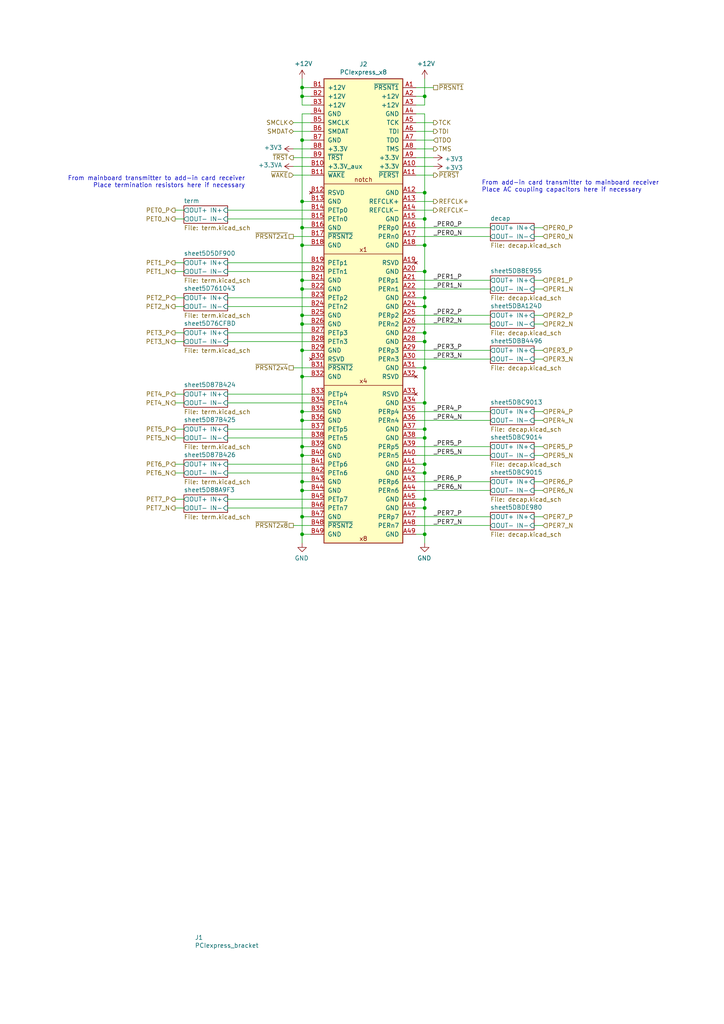
<source format=kicad_sch>
(kicad_sch (version 20211123) (generator eeschema)
  (paper "A4" portrait)
  (title_block (title "PCIexpress_x8_full") (company "Author: Luca Anastasio"))
  (lib_symbols
    (symbol "PCIexpress:PCIexpress_bracket" (pin_names (offset 1.016))
      (property "Reference" "J" (at 0 0 0))
      (property "Value" "PCIexpress_bracket" (at 0 0 0))
    )
    (symbol "PCIexpress:PCIexpress_x8" (pin_names (offset 1.016))
      (property "Reference" "J" (at 0 3.81 0))
      (property "Value" "PCIexpress_x8" (at 0 1.27 0))
      (symbol "PCIexpress_x8_0_0"
        (polyline (pts (xy 11.43 -88.9) (xy -11.43 -88.9)))
        (text "x4" (at 0 -87.63 0) (effects (font (size 1.27 1.27))))
        (text "x8" (at 0 -133.35 0) (effects (font (size 1.27 1.27))))
      )
      (symbol "PCIexpress_x8_1_1"
        (polyline (pts (xy 11.43 -50.8) (xy -11.43 -50.8)))
        (polyline (pts (xy 11.43 -30.48) (xy -11.43 -30.48)))
        (rectangle (start 11.43 0) (end -11.43 -134.62) (stroke (width 0.254)) (fill (type background)))
        (text "notch" (at 0 -29.21 0) (effects (font (size 1.27 1.27))))
        (text "x1" (at 0 -49.53 0) (effects (font (size 1.27 1.27))))
        (pin passive line (at 15.24 -2.54 180) (length 3.81) (name "~{PRSNT1}") (number "A1"))
        (pin power_out line (at 15.24 -25.4 180) (length 3.81) (name "+3.3V") (number "A10"))
        (pin output line (at 15.24 -27.94 180) (length 3.81) (name "~{PERST}") (number "A11"))
        (pin power_out line (at 15.24 -33.02 180) (length 3.81) (name "GND") (number "A12"))
        (pin output line (at 15.24 -35.56 180) (length 3.81) (name "REFCLK+") (number "A13"))
        (pin output line (at 15.24 -38.1 180) (length 3.81) (name "REFCLK-") (number "A14"))
        (pin power_out line (at 15.24 -40.64 180) (length 3.81) (name "GND") (number "A15"))
        (pin input line (at 15.24 -43.18 180) (length 3.81) (name "PERp0") (number "A16"))
        (pin input line (at 15.24 -45.72 180) (length 3.81) (name "PERn0") (number "A17"))
        (pin power_out line (at 15.24 -48.26 180) (length 3.81) (name "GND") (number "A18"))
        (pin no_connect line (at 15.24 -53.34 180) (length 3.81) (name "RSVD") (number "A19"))
        (pin power_out line (at 15.24 -5.08 180) (length 3.81) (name "+12V") (number "A2"))
        (pin power_out line (at 15.24 -55.88 180) (length 3.81) (name "GND") (number "A20"))
        (pin input line (at 15.24 -58.42 180) (length 3.81) (name "PERp1") (number "A21"))
        (pin input line (at 15.24 -60.96 180) (length 3.81) (name "PERn1") (number "A22"))
        (pin power_out line (at 15.24 -63.5 180) (length 3.81) (name "GND") (number "A23"))
        (pin power_out line (at 15.24 -66.04 180) (length 3.81) (name "GND") (number "A24"))
        (pin input line (at 15.24 -68.58 180) (length 3.81) (name "PERp2") (number "A25"))
        (pin input line (at 15.24 -71.12 180) (length 3.81) (name "PERn2") (number "A26"))
        (pin power_out line (at 15.24 -73.66 180) (length 3.81) (name "GND") (number "A27"))
        (pin power_out line (at 15.24 -76.2 180) (length 3.81) (name "GND") (number "A28"))
        (pin input line (at 15.24 -78.74 180) (length 3.81) (name "PERp3") (number "A29"))
        (pin power_out line (at 15.24 -7.62 180) (length 3.81) (name "+12V") (number "A3"))
        (pin input line (at 15.24 -81.28 180) (length 3.81) (name "PERn3") (number "A30"))
        (pin power_out line (at 15.24 -83.82 180) (length 3.81) (name "GND") (number "A31"))
        (pin no_connect line (at 15.24 -86.36 180) (length 3.81) (name "RSVD") (number "A32"))
        (pin no_connect line (at 15.24 -91.44 180) (length 3.81) (name "RSVD") (number "A33"))
        (pin power_out line (at 15.24 -93.98 180) (length 3.81) (name "GND") (number "A34"))
        (pin input line (at 15.24 -96.52 180) (length 3.81) (name "PERp4") (number "A35"))
        (pin input line (at 15.24 -99.06 180) (length 3.81) (name "PERn4") (number "A36"))
        (pin power_out line (at 15.24 -101.6 180) (length 3.81) (name "GND") (number "A37"))
        (pin power_out line (at 15.24 -104.14 180) (length 3.81) (name "GND") (number "A38"))
        (pin input line (at 15.24 -106.68 180) (length 3.81) (name "PERp5") (number "A39"))
        (pin power_out line (at 15.24 -10.16 180) (length 3.81) (name "GND") (number "A4"))
        (pin input line (at 15.24 -109.22 180) (length 3.81) (name "PERn5") (number "A40"))
        (pin power_out line (at 15.24 -111.76 180) (length 3.81) (name "GND") (number "A41"))
        (pin power_out line (at 15.24 -114.3 180) (length 3.81) (name "GND") (number "A42"))
        (pin input line (at 15.24 -116.84 180) (length 3.81) (name "PERp6") (number "A43"))
        (pin input line (at 15.24 -119.38 180) (length 3.81) (name "PERn6") (number "A44"))
        (pin power_out line (at 15.24 -121.92 180) (length 3.81) (name "GND") (number "A45"))
        (pin power_out line (at 15.24 -124.46 180) (length 3.81) (name "GND") (number "A46"))
        (pin input line (at 15.24 -127 180) (length 3.81) (name "PERp7") (number "A47"))
        (pin input line (at 15.24 -129.54 180) (length 3.81) (name "PERn7") (number "A48"))
        (pin power_out line (at 15.24 -132.08 180) (length 3.81) (name "GND") (number "A49"))
        (pin output line (at 15.24 -12.7 180) (length 3.81) (name "TCK") (number "A5"))
        (pin output line (at 15.24 -15.24 180) (length 3.81) (name "TDI") (number "A6"))
        (pin input line (at 15.24 -17.78 180) (length 3.81) (name "TDO") (number "A7"))
        (pin output line (at 15.24 -20.32 180) (length 3.81) (name "TMS") (number "A8"))
        (pin power_out line (at 15.24 -22.86 180) (length 3.81) (name "+3.3V") (number "A9"))
        (pin power_out line (at -15.24 -2.54 0) (length 3.81) (name "+12V") (number "B1"))
        (pin power_out line (at -15.24 -25.4 0) (length 3.81) (name "+3.3V_aux") (number "B10"))
        (pin open_collector line (at -15.24 -27.94 0) (length 3.81) (name "~{WAKE}") (number "B11"))
        (pin no_connect line (at -15.24 -33.02 0) (length 3.81) (name "RSVD") (number "B12"))
        (pin power_out line (at -15.24 -35.56 0) (length 3.81) (name "GND") (number "B13"))
        (pin output line (at -15.24 -38.1 0) (length 3.81) (name "PETp0") (number "B14"))
        (pin output line (at -15.24 -40.64 0) (length 3.81) (name "PETn0") (number "B15"))
        (pin power_out line (at -15.24 -43.18 0) (length 3.81) (name "GND") (number "B16"))
        (pin passive line (at -15.24 -45.72 0) (length 3.81) (name "~{PRSNT2}") (number "B17"))
        (pin power_out line (at -15.24 -48.26 0) (length 3.81) (name "GND") (number "B18"))
        (pin output line (at -15.24 -53.34 0) (length 3.81) (name "PETp1") (number "B19"))
        (pin power_out line (at -15.24 -5.08 0) (length 3.81) (name "+12V") (number "B2"))
        (pin output line (at -15.24 -55.88 0) (length 3.81) (name "PETn1") (number "B20"))
        (pin power_out line (at -15.24 -58.42 0) (length 3.81) (name "GND") (number "B21"))
        (pin power_out line (at -15.24 -60.96 0) (length 3.81) (name "GND") (number "B22"))
        (pin output line (at -15.24 -63.5 0) (length 3.81) (name "PETp2") (number "B23"))
        (pin output line (at -15.24 -66.04 0) (length 3.81) (name "PETn2") (number "B24"))
        (pin power_out line (at -15.24 -68.58 0) (length 3.81) (name "GND") (number "B25"))
        (pin power_out line (at -15.24 -71.12 0) (length 3.81) (name "GND") (number "B26"))
        (pin output line (at -15.24 -73.66 0) (length 3.81) (name "PETp3") (number "B27"))
        (pin output line (at -15.24 -76.2 0) (length 3.81) (name "PETn3") (number "B28"))
        (pin power_out line (at -15.24 -78.74 0) (length 3.81) (name "GND") (number "B29"))
        (pin power_out line (at -15.24 -7.62 0) (length 3.81) (name "+12V") (number "B3"))
        (pin no_connect line (at -15.24 -81.28 0) (length 3.81) (name "RSVD") (number "B30"))
        (pin passive line (at -15.24 -83.82 0) (length 3.81) (name "~{PRSNT2}") (number "B31"))
        (pin power_out line (at -15.24 -86.36 0) (length 3.81) (name "GND") (number "B32"))
        (pin output line (at -15.24 -91.44 0) (length 3.81) (name "PETp4") (number "B33"))
        (pin output line (at -15.24 -93.98 0) (length 3.81) (name "PETn4") (number "B34"))
        (pin power_out line (at -15.24 -96.52 0) (length 3.81) (name "GND") (number "B35"))
        (pin power_out line (at -15.24 -99.06 0) (length 3.81) (name "GND") (number "B36"))
        (pin output line (at -15.24 -101.6 0) (length 3.81) (name "PETp5") (number "B37"))
        (pin output line (at -15.24 -104.14 0) (length 3.81) (name "PETn5") (number "B38"))
        (pin power_out line (at -15.24 -106.68 0) (length 3.81) (name "GND") (number "B39"))
        (pin power_out line (at -15.24 -10.16 0) (length 3.81) (name "GND") (number "B4"))
        (pin power_out line (at -15.24 -109.22 0) (length 3.81) (name "GND") (number "B40"))
        (pin output line (at -15.24 -111.76 0) (length 3.81) (name "PETp6") (number "B41"))
        (pin output line (at -15.24 -114.3 0) (length 3.81) (name "PETn6") (number "B42"))
        (pin power_out line (at -15.24 -116.84 0) (length 3.81) (name "GND") (number "B43"))
        (pin power_out line (at -15.24 -119.38 0) (length 3.81) (name "GND") (number "B44"))
        (pin output line (at -15.24 -121.92 0) (length 3.81) (name "PETp7") (number "B45"))
        (pin output line (at -15.24 -124.46 0) (length 3.81) (name "PETn7") (number "B46"))
        (pin power_out line (at -15.24 -127 0) (length 3.81) (name "GND") (number "B47"))
        (pin passive line (at -15.24 -129.54 0) (length 3.81) (name "~{PRSNT2}") (number "B48"))
        (pin power_out line (at -15.24 -132.08 0) (length 3.81) (name "GND") (number "B49"))
        (pin open_collector line (at -15.24 -12.7 0) (length 3.81) (name "SMCLK") (number "B5"))
        (pin open_collector line (at -15.24 -15.24 0) (length 3.81) (name "SMDAT") (number "B6"))
        (pin power_out line (at -15.24 -17.78 0) (length 3.81) (name "GND") (number "B7"))
        (pin power_out line (at -15.24 -20.32 0) (length 3.81) (name "+3.3V") (number "B8"))
        (pin output line (at -15.24 -22.86 0) (length 3.81) (name "~{TRST}") (number "B9"))
      )
    )
    (symbol "PCIexpress_x8_full-rescue:+3.3V-power" (power) (pin_names (offset 0))
      (property "Value" "+3.3V-power" (at 0 3.556 0))
      (symbol "+3.3V-power_0_1"
        (polyline (pts (xy -0.762 1.27) (xy 0 2.54)))
        (polyline (pts (xy 0 0) (xy 0 2.54)))
        (polyline (pts (xy 0 2.54) (xy 0.762 1.27)))
      )
      (symbol "+3.3V-power_1_1"
        (pin power_in line (at 0 0 90) (length 0) hide (name "+3V3") (number "1"))
      )
    )
    (symbol "power:+12V" (power) (pin_names (offset 0))
      (property "Value" "+12V" (at 0 3.556 0))
      (symbol "+12V_0_1"
        (polyline (pts (xy -0.762 1.27) (xy 0 2.54)))
        (polyline (pts (xy 0 0) (xy 0 2.54)))
        (polyline (pts (xy 0 2.54) (xy 0.762 1.27)))
      )
      (symbol "+12V_1_1"
        (pin power_in line (at 0 0 90) (length 0) hide (name "+12V") (number "1"))
      )
    )
    (symbol "power:+3.3VA" (power) (pin_names (offset 0))
      (property "Value" "+3.3VA" (at 0 3.556 0))
      (symbol "+3.3VA_0_1"
        (polyline (pts (xy -0.762 1.27) (xy 0 2.54)))
        (polyline (pts (xy 0 0) (xy 0 2.54)))
        (polyline (pts (xy 0 2.54) (xy 0.762 1.27)))
      )
      (symbol "+3.3VA_1_1"
        (pin power_in line (at 0 0 90) (length 0) hide (name "+3.3VA") (number "1"))
      )
    )
    (symbol "power:GND" (power) (pin_names (offset 0))
      (property "Value" "GND" (at 0 -3.81 0))
      (symbol "GND_0_1"
        (polyline (pts (xy 0 0) (xy 0 -1.27) (xy 1.27 -1.27) (xy 0 -2.54) (xy -1.27 -1.27) (xy 0 -1.27)))
      )
      (symbol "GND_1_1"
        (pin power_in line (at 0 0 270) (length 0) hide (name "GND") (number "1"))
      )
    )
  )
  (junction (at 123.19 78.74))
  (junction (at 87.63 83.82))
  (junction (at 123.19 63.5))
  (junction (at 123.19 154.94))
  (junction (at 87.63 66.04))
  (junction (at 123.19 96.52))
  (junction (at 87.63 81.28))
  (junction (at 87.63 25.4))
  (junction (at 87.63 109.22))
  (junction (at 123.19 106.68))
  (junction (at 87.63 121.92))
  (junction (at 123.19 144.78))
  (junction (at 123.19 124.46))
  (junction (at 123.19 27.94))
  (junction (at 123.19 137.16))
  (junction (at 123.19 99.06))
  (junction (at 87.63 119.38))
  (junction (at 123.19 86.36))
  (junction (at 87.63 71.12))
  (junction (at 87.63 154.94))
  (junction (at 87.63 142.24))
  (junction (at 87.63 101.6))
  (junction (at 87.63 93.98))
  (junction (at 87.63 91.44))
  (junction (at 87.63 40.64))
  (junction (at 87.63 58.42))
  (junction (at 123.19 71.12))
  (junction (at 123.19 147.32))
  (junction (at 87.63 149.86))
  (junction (at 123.19 127))
  (junction (at 123.19 88.9))
  (junction (at 87.63 27.94))
  (junction (at 87.63 139.7))
  (junction (at 87.63 129.54))
  (junction (at 87.63 132.08))
  (junction (at 123.19 55.88))
  (junction (at 123.19 134.62))
  (junction (at 123.19 116.84))
  (wire (pts (xy 123.19 30.48) (xy 123.19 27.94)))
  (wire (pts (xy 123.19 134.62) (xy 123.19 137.16)))
  (wire (pts (xy 123.19 22.86) (xy 123.19 27.94)))
  (wire (pts (xy 120.65 48.26) (xy 125.73 48.26)))
  (wire (pts (xy 120.65 45.72) (xy 125.73 45.72)))
  (wire (pts (xy 123.19 124.46) (xy 123.19 127)))
  (wire (pts (xy 120.65 101.6) (xy 142.24 101.6)))
  (wire (pts (xy 85.09 152.4) (xy 90.17 152.4)))
  (wire (pts (xy 66.04 137.16) (xy 90.17 137.16)))
  (wire (pts (xy 154.94 152.4) (xy 157.48 152.4)))
  (wire (pts (xy 66.04 147.32) (xy 90.17 147.32)))
  (wire (pts (xy 120.65 129.54) (xy 142.24 129.54)))
  (wire (pts (xy 87.63 119.38) (xy 87.63 109.22)))
  (wire (pts (xy 120.65 35.56) (xy 125.73 35.56)))
  (wire (pts (xy 120.65 149.86) (xy 142.24 149.86)))
  (wire (pts (xy 154.94 91.44) (xy 157.48 91.44)))
  (wire (pts (xy 120.65 81.28) (xy 142.24 81.28)))
  (wire (pts (xy 66.04 86.36) (xy 90.17 86.36)))
  (wire (pts (xy 90.17 119.38) (xy 87.63 119.38)))
  (wire (pts (xy 120.65 104.14) (xy 142.24 104.14)))
  (wire (pts (xy 90.17 154.94) (xy 87.63 154.94)))
  (wire (pts (xy 154.94 121.92) (xy 157.48 121.92)))
  (wire (pts (xy 50.8 99.06) (xy 53.34 99.06)))
  (wire (pts (xy 85.09 106.68) (xy 90.17 106.68)))
  (wire (pts (xy 154.94 142.24) (xy 157.48 142.24)))
  (wire (pts (xy 123.19 157.48) (xy 123.19 154.94)))
  (wire (pts (xy 154.94 149.86) (xy 157.48 149.86)))
  (wire (pts (xy 90.17 83.82) (xy 87.63 83.82)))
  (wire (pts (xy 120.65 38.1) (xy 125.73 38.1)))
  (wire (pts (xy 120.65 147.32) (xy 123.19 147.32)))
  (wire (pts (xy 66.04 134.62) (xy 90.17 134.62)))
  (wire (pts (xy 87.63 71.12) (xy 87.63 66.04)))
  (wire (pts (xy 123.19 137.16) (xy 123.19 144.78)))
  (wire (pts (xy 87.63 27.94) (xy 90.17 27.94)))
  (wire (pts (xy 87.63 83.82) (xy 87.63 81.28)))
  (wire (pts (xy 120.65 86.36) (xy 123.19 86.36)))
  (wire (pts (xy 90.17 30.48) (xy 87.63 30.48)))
  (wire (pts (xy 154.94 66.04) (xy 157.48 66.04)))
  (wire (pts (xy 87.63 33.02) (xy 90.17 33.02)))
  (wire (pts (xy 123.19 96.52) (xy 123.19 99.06)))
  (wire (pts (xy 120.65 134.62) (xy 123.19 134.62)))
  (wire (pts (xy 154.94 132.08) (xy 157.48 132.08)))
  (wire (pts (xy 123.19 33.02) (xy 123.19 55.88)))
  (wire (pts (xy 90.17 132.08) (xy 87.63 132.08)))
  (wire (pts (xy 87.63 93.98) (xy 87.63 91.44)))
  (wire (pts (xy 50.8 78.74) (xy 53.34 78.74)))
  (wire (pts (xy 87.63 132.08) (xy 87.63 129.54)))
  (wire (pts (xy 120.65 25.4) (xy 125.73 25.4)))
  (wire (pts (xy 120.65 116.84) (xy 123.19 116.84)))
  (wire (pts (xy 120.65 91.44) (xy 142.24 91.44)))
  (wire (pts (xy 120.65 30.48) (xy 123.19 30.48)))
  (wire (pts (xy 123.19 106.68) (xy 123.19 116.84)))
  (wire (pts (xy 50.8 76.2) (xy 53.34 76.2)))
  (wire (pts (xy 87.63 101.6) (xy 87.63 93.98)))
  (wire (pts (xy 50.8 63.5) (xy 53.34 63.5)))
  (wire (pts (xy 154.94 139.7) (xy 157.48 139.7)))
  (wire (pts (xy 50.8 124.46) (xy 53.34 124.46)))
  (wire (pts (xy 66.04 88.9) (xy 90.17 88.9)))
  (wire (pts (xy 85.09 43.18) (xy 90.17 43.18)))
  (wire (pts (xy 154.94 129.54) (xy 157.48 129.54)))
  (wire (pts (xy 120.65 139.7) (xy 142.24 139.7)))
  (wire (pts (xy 90.17 91.44) (xy 87.63 91.44)))
  (wire (pts (xy 154.94 81.28) (xy 157.48 81.28)))
  (wire (pts (xy 66.04 114.3) (xy 90.17 114.3)))
  (wire (pts (xy 87.63 81.28) (xy 87.63 71.12)))
  (wire (pts (xy 120.65 121.92) (xy 142.24 121.92)))
  (wire (pts (xy 85.09 38.1) (xy 90.17 38.1)))
  (wire (pts (xy 123.19 71.12) (xy 123.19 78.74)))
  (wire (pts (xy 66.04 144.78) (xy 90.17 144.78)))
  (wire (pts (xy 66.04 127) (xy 90.17 127)))
  (wire (pts (xy 85.09 35.56) (xy 90.17 35.56)))
  (wire (pts (xy 50.8 86.36) (xy 53.34 86.36)))
  (wire (pts (xy 87.63 25.4) (xy 87.63 22.86)))
  (wire (pts (xy 120.65 93.98) (xy 142.24 93.98)))
  (wire (pts (xy 90.17 58.42) (xy 87.63 58.42)))
  (wire (pts (xy 120.65 106.68) (xy 123.19 106.68)))
  (wire (pts (xy 50.8 137.16) (xy 53.34 137.16)))
  (wire (pts (xy 120.65 40.64) (xy 125.73 40.64)))
  (wire (pts (xy 90.17 66.04) (xy 87.63 66.04)))
  (wire (pts (xy 120.65 119.38) (xy 142.24 119.38)))
  (wire (pts (xy 90.17 93.98) (xy 87.63 93.98)))
  (wire (pts (xy 87.63 121.92) (xy 87.63 119.38)))
  (wire (pts (xy 90.17 109.22) (xy 87.63 109.22)))
  (wire (pts (xy 123.19 27.94) (xy 120.65 27.94)))
  (wire (pts (xy 123.19 144.78) (xy 123.19 147.32)))
  (wire (pts (xy 154.94 104.14) (xy 157.48 104.14)))
  (wire (pts (xy 90.17 40.64) (xy 87.63 40.64)))
  (wire (pts (xy 120.65 142.24) (xy 142.24 142.24)))
  (wire (pts (xy 50.8 127) (xy 53.34 127)))
  (wire (pts (xy 87.63 129.54) (xy 87.63 121.92)))
  (wire (pts (xy 120.65 55.88) (xy 123.19 55.88)))
  (wire (pts (xy 123.19 55.88) (xy 123.19 63.5)))
  (wire (pts (xy 50.8 144.78) (xy 53.34 144.78)))
  (wire (pts (xy 50.8 114.3) (xy 53.34 114.3)))
  (wire (pts (xy 154.94 83.82) (xy 157.48 83.82)))
  (wire (pts (xy 120.65 154.94) (xy 123.19 154.94)))
  (wire (pts (xy 50.8 116.84) (xy 53.34 116.84)))
  (wire (pts (xy 123.19 127) (xy 123.19 134.62)))
  (wire (pts (xy 66.04 60.96) (xy 90.17 60.96)))
  (wire (pts (xy 90.17 101.6) (xy 87.63 101.6)))
  (wire (pts (xy 90.17 129.54) (xy 87.63 129.54)))
  (wire (pts (xy 120.65 127) (xy 123.19 127)))
  (wire (pts (xy 87.63 154.94) (xy 87.63 149.86)))
  (wire (pts (xy 50.8 147.32) (xy 53.34 147.32)))
  (wire (pts (xy 120.65 124.46) (xy 123.19 124.46)))
  (wire (pts (xy 50.8 88.9) (xy 53.34 88.9)))
  (wire (pts (xy 123.19 116.84) (xy 123.19 124.46)))
  (wire (pts (xy 123.19 99.06) (xy 123.19 106.68)))
  (wire (pts (xy 90.17 68.58) (xy 85.09 68.58)))
  (wire (pts (xy 120.65 144.78) (xy 123.19 144.78)))
  (wire (pts (xy 123.19 88.9) (xy 123.19 96.52)))
  (wire (pts (xy 87.63 40.64) (xy 87.63 33.02)))
  (wire (pts (xy 120.65 83.82) (xy 142.24 83.82)))
  (wire (pts (xy 120.65 50.8) (xy 125.73 50.8)))
  (wire (pts (xy 120.65 137.16) (xy 123.19 137.16)))
  (wire (pts (xy 87.63 142.24) (xy 87.63 139.7)))
  (wire (pts (xy 90.17 71.12) (xy 87.63 71.12)))
  (wire (pts (xy 120.65 152.4) (xy 142.24 152.4)))
  (wire (pts (xy 123.19 33.02) (xy 120.65 33.02)))
  (wire (pts (xy 87.63 139.7) (xy 87.63 132.08)))
  (wire (pts (xy 120.65 43.18) (xy 125.73 43.18)))
  (wire (pts (xy 87.63 27.94) (xy 87.63 25.4)))
  (wire (pts (xy 85.09 48.26) (xy 90.17 48.26)))
  (wire (pts (xy 123.19 63.5) (xy 123.19 71.12)))
  (wire (pts (xy 66.04 116.84) (xy 90.17 116.84)))
  (wire (pts (xy 66.04 96.52) (xy 90.17 96.52)))
  (wire (pts (xy 90.17 121.92) (xy 87.63 121.92)))
  (wire (pts (xy 120.65 66.04) (xy 142.24 66.04)))
  (wire (pts (xy 120.65 58.42) (xy 125.73 58.42)))
  (wire (pts (xy 85.09 45.72) (xy 90.17 45.72)))
  (wire (pts (xy 90.17 142.24) (xy 87.63 142.24)))
  (wire (pts (xy 120.65 96.52) (xy 123.19 96.52)))
  (wire (pts (xy 154.94 93.98) (xy 157.48 93.98)))
  (wire (pts (xy 87.63 109.22) (xy 87.63 101.6)))
  (wire (pts (xy 87.63 149.86) (xy 87.63 142.24)))
  (wire (pts (xy 66.04 99.06) (xy 90.17 99.06)))
  (wire (pts (xy 66.04 63.5) (xy 90.17 63.5)))
  (wire (pts (xy 90.17 139.7) (xy 87.63 139.7)))
  (wire (pts (xy 120.65 132.08) (xy 142.24 132.08)))
  (wire (pts (xy 154.94 101.6) (xy 157.48 101.6)))
  (wire (pts (xy 123.19 147.32) (xy 123.19 154.94)))
  (wire (pts (xy 120.65 60.96) (xy 125.73 60.96)))
  (wire (pts (xy 123.19 86.36) (xy 123.19 88.9)))
  (wire (pts (xy 90.17 81.28) (xy 87.63 81.28)))
  (wire (pts (xy 154.94 68.58) (xy 157.48 68.58)))
  (wire (pts (xy 120.65 63.5) (xy 123.19 63.5)))
  (wire (pts (xy 87.63 91.44) (xy 87.63 83.82)))
  (wire (pts (xy 123.19 78.74) (xy 123.19 86.36)))
  (wire (pts (xy 87.63 58.42) (xy 87.63 40.64)))
  (wire (pts (xy 66.04 76.2) (xy 90.17 76.2)))
  (wire (pts (xy 90.17 149.86) (xy 87.63 149.86)))
  (wire (pts (xy 120.65 78.74) (xy 123.19 78.74)))
  (wire (pts (xy 120.65 99.06) (xy 123.19 99.06)))
  (wire (pts (xy 66.04 78.74) (xy 90.17 78.74)))
  (wire (pts (xy 50.8 134.62) (xy 53.34 134.62)))
  (wire (pts (xy 120.65 71.12) (xy 123.19 71.12)))
  (wire (pts (xy 154.94 119.38) (xy 157.48 119.38)))
  (wire (pts (xy 87.63 30.48) (xy 87.63 27.94)))
  (wire (pts (xy 50.8 96.52) (xy 53.34 96.52)))
  (wire (pts (xy 66.04 124.46) (xy 90.17 124.46)))
  (wire (pts (xy 87.63 157.48) (xy 87.63 154.94)))
  (wire (pts (xy 85.09 50.8) (xy 90.17 50.8)))
  (wire (pts (xy 50.8 60.96) (xy 53.34 60.96)))
  (wire (pts (xy 120.65 88.9) (xy 123.19 88.9)))
  (wire (pts (xy 120.65 68.58) (xy 142.24 68.58)))
  (wire (pts (xy 87.63 66.04) (xy 87.63 58.42)))
  (wire (pts (xy 90.17 25.4) (xy 87.63 25.4)))
  (text "From mainboard transmitter to add-in card receiver\nPlace termination resistors here if necessary" (at 71.12 54.61 180) (effects (font (size 1.27 1.27)) (justify right bottom)))
  (text "From add-in card transmitter to mainboard receiver\nPlace AC coupling capacitors here if necessary" (at 139.7 55.88 0) (effects (font (size 1.27 1.27)) (justify left bottom)))
  (label "_PER0_P" (at 125.73 66.04 0))
  (label "_PER7_P" (at 125.73 149.86 0))
  (label "_PER2_P" (at 125.73 91.44 0))
  (label "_PER7_N" (at 125.73 152.4 0))
  (label "_PER4_P" (at 125.73 119.38 0))
  (label "_PER3_N" (at 125.73 104.14 0))
  (label "_PER4_N" (at 125.73 121.92 0))
  (label "_PER6_P" (at 125.73 139.7 0))
  (label "_PER0_N" (at 125.73 68.58 0))
  (label "_PER1_P" (at 125.73 81.28 0))
  (label "_PER3_P" (at 125.73 101.6 0))
  (label "_PER6_N" (at 125.73 142.24 0))
  (label "_PER5_N" (at 125.73 132.08 0))
  (label "_PER1_N" (at 125.73 83.82 0))
  (label "_PER5_P" (at 125.73 129.54 0))
  (label "_PER2_N" (at 125.73 93.98 0))
  (hierarchical_label "PER6_N" (shape input) (at 157.48 142.24 0))
  (hierarchical_label "PET1_N" (shape output) (at 50.8 78.74 180))
  (hierarchical_label "PER1_N" (shape input) (at 157.48 83.82 0))
  (hierarchical_label "PET0_P" (shape output) (at 50.8 60.96 180))
  (hierarchical_label "PER0_N" (shape input) (at 157.48 68.58 0))
  (hierarchical_label "REFCLK-" (shape output) (at 125.73 60.96 0))
  (hierarchical_label "PET7_N" (shape output) (at 50.8 147.32 180))
  (hierarchical_label "PET3_P" (shape output) (at 50.8 96.52 180))
  (hierarchical_label "PER3_N" (shape input) (at 157.48 104.14 0))
  (hierarchical_label "~{PERST}" (shape output) (at 125.73 50.8 0))
  (hierarchical_label "TDI" (shape output) (at 125.73 38.1 0))
  (hierarchical_label "PER4_N" (shape input) (at 157.48 121.92 0))
  (hierarchical_label "SMCLK" (shape bidirectional) (at 85.09 35.56 180))
  (hierarchical_label "PET6_N" (shape output) (at 50.8 137.16 180))
  (hierarchical_label "PER4_P" (shape input) (at 157.48 119.38 0))
  (hierarchical_label "PER2_P" (shape input) (at 157.48 91.44 0))
  (hierarchical_label "~{TRST}" (shape output) (at 85.09 45.72 180))
  (hierarchical_label "PET2_P" (shape output) (at 50.8 86.36 180))
  (hierarchical_label "PER5_P" (shape input) (at 157.48 129.54 0))
  (hierarchical_label "PET5_N" (shape output) (at 50.8 127 180))
  (hierarchical_label "PER2_N" (shape input) (at 157.48 93.98 0))
  (hierarchical_label "PER1_P" (shape input) (at 157.48 81.28 0))
  (hierarchical_label "~{PRSNT2x4}" (shape passive) (at 85.09 106.68 180))
  (hierarchical_label "PET4_N" (shape output) (at 50.8 116.84 180))
  (hierarchical_label "PET0_N" (shape output) (at 50.8 63.5 180))
  (hierarchical_label "PER3_P" (shape input) (at 157.48 101.6 0))
  (hierarchical_label "PER0_P" (shape input) (at 157.48 66.04 0))
  (hierarchical_label "TMS" (shape output) (at 125.73 43.18 0))
  (hierarchical_label "PET1_P" (shape output) (at 50.8 76.2 180))
  (hierarchical_label "PET4_P" (shape output) (at 50.8 114.3 180))
  (hierarchical_label "PER7_P" (shape input) (at 157.48 149.86 0))
  (hierarchical_label "PET2_N" (shape output) (at 50.8 88.9 180))
  (hierarchical_label "~{PRSNT2x8}" (shape passive) (at 85.09 152.4 180))
  (hierarchical_label "PER7_N" (shape input) (at 157.48 152.4 0))
  (hierarchical_label "PER6_P" (shape input) (at 157.48 139.7 0))
  (hierarchical_label "PET3_N" (shape output) (at 50.8 99.06 180))
  (hierarchical_label "PER5_N" (shape input) (at 157.48 132.08 0))
  (hierarchical_label "REFCLK+" (shape output) (at 125.73 58.42 0))
  (hierarchical_label "PET5_P" (shape output) (at 50.8 124.46 180))
  (hierarchical_label "~{PRSNT2x1}" (shape passive) (at 85.09 68.58 180))
  (hierarchical_label "TDO" (shape input) (at 125.73 40.64 0))
  (hierarchical_label "~{WAKE}" (shape input) (at 85.09 50.8 180))
  (hierarchical_label "TCK" (shape output) (at 125.73 35.56 0))
  (hierarchical_label "PET6_P" (shape output) (at 50.8 134.62 180))
  (hierarchical_label "PET7_P" (shape output) (at 50.8 144.78 180))
  (hierarchical_label "SMDAT" (shape bidirectional) (at 85.09 38.1 180))
  (hierarchical_label "~{PRSNT1}" (shape passive) (at 125.73 25.4 0))
  (symbol (lib_id "PCIexpress:PCIexpress_bracket") (at 55.88 273.05 0) (unit 1)
    (property "Reference" "J1" (at 56.515 271.8816 0) (effects (justify left)))
    (property "Value" "PCIexpress_bracket" (at 56.515 274.193 0) (effects (justify left)))
    (property "Footprint" "PCIexpress:PCIexpress_bracket_full" (effects hide))
  )
  (symbol (lib_id "power:GND") (at 87.63 157.48 0) (mirror y) (unit 1)
    (property "Reference" "#PWR0101" (effects hide))
    (property "Value" "GND" (at 87.503 161.8742 0))
  )
  (symbol (lib_id "power:GND") (at 123.19 157.48 0) (mirror y) (unit 1)
    (property "Reference" "#PWR0102" (effects hide))
    (property "Value" "GND" (at 123.063 161.8742 0))
  )
  (symbol (lib_id "PCIexpress_x8_full-rescue:+3.3V-power") (at 85.09 43.18 90) (unit 1)
    (property "Reference" "#PWR?" (effects hide))
  )
  (symbol (lib_id "PCIexpress_x8_full-rescue:+3.3V-power") (at 125.73 45.72 270) (unit 1)
    (property "Reference" "#PWR?" (effects hide))
  )
  (symbol (lib_id "PCIexpress_x8_full-rescue:+3.3V-power") (at 125.73 48.26 270) (unit 1)
    (property "Reference" "#PWR?" (effects hide))
  )
  (symbol (lib_id "power:+3.3VA") (at 85.09 48.26 90) (unit 1)
    (property "Reference" "#PWR?" (effects hide))
  )
  (symbol (lib_id "power:+12V") (at 87.63 22.86 0) (unit 1)
    (property "Reference" "#PWR?" (effects hide))
  )
  (symbol (lib_id "power:+12V") (at 123.19 22.86 0) (unit 1)
    (property "Reference" "#PWR?" (effects hide))
  )
  (symbol (lib_id "PCIexpress:PCIexpress_x8") (at 105.41 22.86 0) (unit 1)
    (property "Reference" "J2" (at 105.41 18.6182 0))
    (property "Value" "PCIexpress_x8" (at 105.41 20.9296 0))
    (property "Footprint" "PCIexpress:PCIexpress_x8" (effects hide))
  )
  (sheet (at 53.34 59.69) (size 12.7 5.08)
    (property "Sheet name" "term" (at 53.34 58.9784 0) (effects (justify left bottom)))
    (property "Sheet file" "term.kicad_sch" (at 53.34 65.3546 0) (effects (justify left top)))
    (pin "IN+" input (at 66.04 60.96 0))
    (pin "IN-" input (at 66.04 63.5 0))
    (pin "OUT+" output (at 53.34 60.96 180))
    (pin "OUT-" output (at 53.34 63.5 180))
  )
  (sheet (at 53.34 74.93) (size 12.7 5.08)
    (property "Sheet name" "sheet5D5DF900" (at 53.34 74.2184 0) (effects (justify left bottom)))
    (property "Sheet file" "term.kicad_sch" (at 53.34 80.5946 0) (effects (justify left top)))
    (pin "IN+" input (at 66.04 76.2 0))
    (pin "IN-" input (at 66.04 78.74 0))
    (pin "OUT+" output (at 53.34 76.2 180))
    (pin "OUT-" output (at 53.34 78.74 180))
  )
  (sheet (at 53.34 85.09) (size 12.7 5.08)
    (property "Sheet name" "sheet5D761043" (at 53.34 84.3784 0) (effects (justify left bottom)))
    (property "Sheet file" "term.kicad_sch" (at 53.34 90.7546 0) (effects (justify left top)))
    (pin "IN+" input (at 66.04 86.36 0))
    (pin "IN-" input (at 66.04 88.9 0))
    (pin "OUT+" output (at 53.34 86.36 180))
    (pin "OUT-" output (at 53.34 88.9 180))
  )
  (sheet (at 53.34 95.25) (size 12.7 5.08)
    (property "Sheet name" "sheet5D76CFBD" (at 53.34 94.5384 0) (effects (justify left bottom)))
    (property "Sheet file" "term.kicad_sch" (at 53.34 100.9146 0) (effects (justify left top)))
    (pin "IN+" input (at 66.04 96.52 0))
    (pin "IN-" input (at 66.04 99.06 0))
    (pin "OUT+" output (at 53.34 96.52 180))
    (pin "OUT-" output (at 53.34 99.06 180))
  )
  (sheet (at 53.34 113.03) (size 12.7 5.08)
    (property "Sheet name" "sheet5D87B424" (at 53.34 112.3184 0) (effects (justify left bottom)))
    (property "Sheet file" "term.kicad_sch" (at 53.34 118.6946 0) (effects (justify left top)))
    (pin "IN+" input (at 66.04 114.3 0))
    (pin "IN-" input (at 66.04 116.84 0))
    (pin "OUT+" output (at 53.34 114.3 180))
    (pin "OUT-" output (at 53.34 116.84 180))
  )
  (sheet (at 53.34 123.19) (size 12.7 5.08)
    (property "Sheet name" "sheet5D87B425" (at 53.34 122.4784 0) (effects (justify left bottom)))
    (property "Sheet file" "term.kicad_sch" (at 53.34 128.8546 0) (effects (justify left top)))
    (pin "IN+" input (at 66.04 124.46 0))
    (pin "IN-" input (at 66.04 127 0))
    (pin "OUT+" output (at 53.34 124.46 180))
    (pin "OUT-" output (at 53.34 127 180))
  )
  (sheet (at 53.34 133.35) (size 12.7 5.08)
    (property "Sheet name" "sheet5D87B426" (at 53.34 132.6384 0) (effects (justify left bottom)))
    (property "Sheet file" "term.kicad_sch" (at 53.34 139.0146 0) (effects (justify left top)))
    (pin "IN+" input (at 66.04 134.62 0))
    (pin "IN-" input (at 66.04 137.16 0))
    (pin "OUT+" output (at 53.34 134.62 180))
    (pin "OUT-" output (at 53.34 137.16 180))
  )
  (sheet (at 53.34 143.51) (size 12.7 5.08)
    (property "Sheet name" "sheet5D88A9F3" (at 53.34 142.7984 0) (effects (justify left bottom)))
    (property "Sheet file" "term.kicad_sch" (at 53.34 149.1746 0) (effects (justify left top)))
    (pin "IN+" input (at 66.04 144.78 0))
    (pin "IN-" input (at 66.04 147.32 0))
    (pin "OUT+" output (at 53.34 144.78 180))
    (pin "OUT-" output (at 53.34 147.32 180))
  )
  (sheet (at 142.24 64.77) (size 12.7 5.08)
    (property "Sheet name" "decap" (at 142.24 64.0584 0) (effects (justify left bottom)))
    (property "Sheet file" "decap.kicad_sch" (at 142.24 70.4346 0) (effects (justify left top)))
    (pin "IN+" input (at 154.94 66.04 0))
    (pin "OUT+" output (at 142.24 66.04 180))
    (pin "OUT-" output (at 142.24 68.58 180))
    (pin "IN-" input (at 154.94 68.58 0))
  )
  (sheet (at 142.24 80.01) (size 12.7 5.08)
    (property "Sheet name" "sheet5DB8E955" (at 142.24 79.2984 0) (effects (justify left bottom)))
    (property "Sheet file" "decap.kicad_sch" (at 142.24 85.6746 0) (effects (justify left top)))
    (pin "IN+" input (at 154.94 81.28 0))
    (pin "OUT+" output (at 142.24 81.28 180))
    (pin "OUT-" output (at 142.24 83.82 180))
    (pin "IN-" input (at 154.94 83.82 0))
  )
  (sheet (at 142.24 90.17) (size 12.7 5.08)
    (property "Sheet name" "sheet5DBA124D" (at 142.24 89.4584 0) (effects (justify left bottom)))
    (property "Sheet file" "decap.kicad_sch" (at 142.24 95.8346 0) (effects (justify left top)))
    (pin "IN+" input (at 154.94 91.44 0))
    (pin "OUT+" output (at 142.24 91.44 180))
    (pin "OUT-" output (at 142.24 93.98 180))
    (pin "IN-" input (at 154.94 93.98 0))
  )
  (sheet (at 142.24 100.33) (size 12.7 5.08)
    (property "Sheet name" "sheet5DBB4496" (at 142.24 99.6184 0) (effects (justify left bottom)))
    (property "Sheet file" "decap.kicad_sch" (at 142.24 105.9946 0) (effects (justify left top)))
    (pin "IN+" input (at 154.94 101.6 0))
    (pin "OUT+" output (at 142.24 101.6 180))
    (pin "OUT-" output (at 142.24 104.14 180))
    (pin "IN-" input (at 154.94 104.14 0))
  )
  (sheet (at 142.24 118.11) (size 12.7 5.08)
    (property "Sheet name" "sheet5DBC9013" (at 142.24 117.3984 0) (effects (justify left bottom)))
    (property "Sheet file" "decap.kicad_sch" (at 142.24 123.7746 0) (effects (justify left top)))
    (pin "IN+" input (at 154.94 119.38 0))
    (pin "OUT+" output (at 142.24 119.38 180))
    (pin "OUT-" output (at 142.24 121.92 180))
    (pin "IN-" input (at 154.94 121.92 0))
  )
  (sheet (at 142.24 128.27) (size 12.7 5.08)
    (property "Sheet name" "sheet5DBC9014" (at 142.24 127.5584 0) (effects (justify left bottom)))
    (property "Sheet file" "decap.kicad_sch" (at 142.24 133.9346 0) (effects (justify left top)))
    (pin "IN+" input (at 154.94 129.54 0))
    (pin "OUT+" output (at 142.24 129.54 180))
    (pin "OUT-" output (at 142.24 132.08 180))
    (pin "IN-" input (at 154.94 132.08 0))
  )
  (sheet (at 142.24 138.43) (size 12.7 5.08)
    (property "Sheet name" "sheet5DBC9015" (at 142.24 137.7184 0) (effects (justify left bottom)))
    (property "Sheet file" "decap.kicad_sch" (at 142.24 144.0946 0) (effects (justify left top)))
    (pin "IN+" input (at 154.94 139.7 0))
    (pin "OUT+" output (at 142.24 139.7 180))
    (pin "OUT-" output (at 142.24 142.24 180))
    (pin "IN-" input (at 154.94 142.24 0))
  )
  (sheet (at 142.24 148.59) (size 12.7 5.08)
    (property "Sheet name" "sheet5DBDE980" (at 142.24 147.8784 0) (effects (justify left bottom)))
    (property "Sheet file" "decap.kicad_sch" (at 142.24 154.2546 0) (effects (justify left top)))
    (pin "IN+" input (at 154.94 149.86 0))
    (pin "OUT+" output (at 142.24 149.86 180))
    (pin "OUT-" output (at 142.24 152.4 180))
    (pin "IN-" input (at 154.94 152.4 0))
  )
)
</source>
